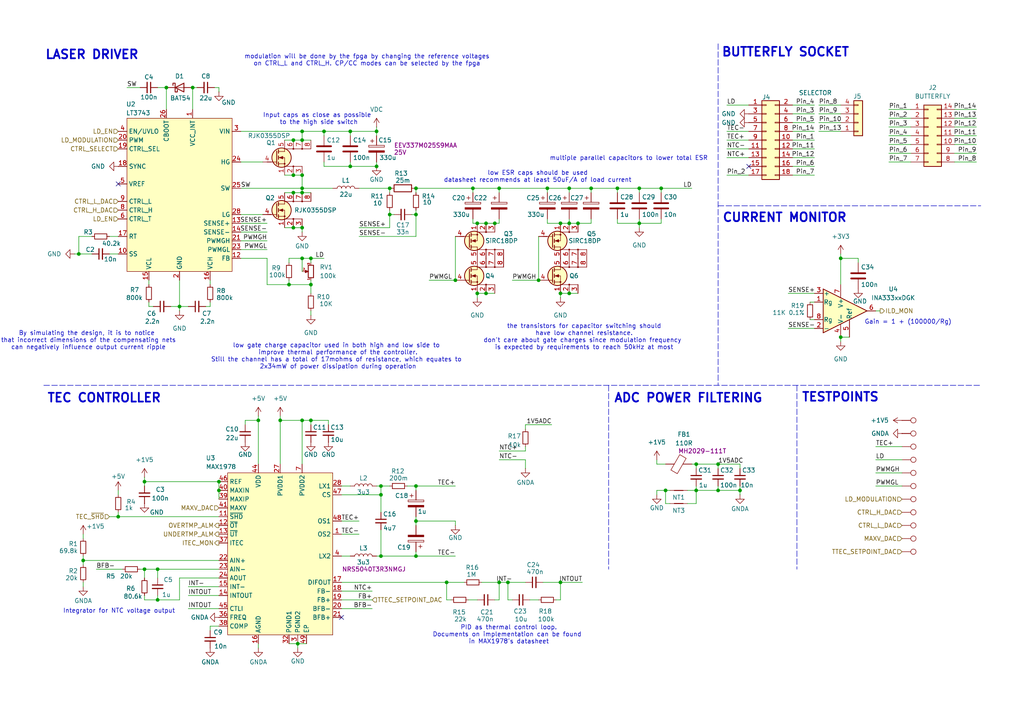
<source format=kicad_sch>
(kicad_sch (version 20231120) (generator "eeschema") (generator_version "8.0")
  (paper "A4")
  (title_block (title "Laser Diode Driver") (date "2024-03-27") (comment 1 "Mirco Tollardo"))
  (junction (at 185.42 64.77))
  (junction (at 41.91 165.1))
  (junction (at 156.21 81.28))
  (junction (at 147.32 168.91))
  (junction (at 63.5 139.7))
  (junction (at 85.09 40.64))
  (junction (at 24.13 162.56))
  (junction (at 191.77 54.61))
  (junction (at 101.6 38.1))
  (junction (at 243.84 74.93))
  (junction (at 120.65 140.97))
  (junction (at 83.82 82.55))
  (junction (at 63.5 142.24))
  (junction (at 120.65 62.23))
  (junction (at 144.78 168.91))
  (junction (at 87.63 38.1))
  (junction (at 110.49 143.51))
  (junction (at 45.72 165.1))
  (junction (at 138.43 64.77))
  (junction (at 185.42 54.61))
  (junction (at 137.16 54.61))
  (junction (at 113.03 54.61))
  (junction (at 201.93 142.24))
  (junction (at 110.49 161.29))
  (junction (at 208.28 142.24))
  (junction (at 48.26 25.4))
  (junction (at 113.03 62.23))
  (junction (at 87.63 66.04))
  (junction (at 165.1 64.77))
  (junction (at 208.28 134.62))
  (junction (at 144.78 54.61))
  (junction (at 179.07 54.61))
  (junction (at 214.63 142.24))
  (junction (at 90.17 82.55))
  (junction (at 171.45 54.61))
  (junction (at 87.63 121.92))
  (junction (at 87.63 40.64))
  (junction (at 41.91 139.7))
  (junction (at 138.43 85.09))
  (junction (at 90.17 121.92))
  (junction (at 87.63 54.61))
  (junction (at 87.63 55.88))
  (junction (at 90.17 74.93))
  (junction (at 193.04 142.24))
  (junction (at 52.07 88.9))
  (junction (at 243.84 97.79))
  (junction (at 165.1 85.09))
  (junction (at 81.28 121.92))
  (junction (at 74.93 121.92))
  (junction (at 55.88 25.4))
  (junction (at 158.75 54.61))
  (junction (at 87.63 50.8))
  (junction (at 85.09 55.88))
  (junction (at 85.09 66.04))
  (junction (at 120.65 151.13))
  (junction (at 109.22 38.1))
  (junction (at 87.63 74.93))
  (junction (at 85.09 50.8))
  (junction (at 110.49 140.97))
  (junction (at 34.29 149.86))
  (junction (at 165.1 54.61))
  (junction (at 132.08 81.28))
  (junction (at 162.56 85.09))
  (junction (at 120.65 54.61))
  (junction (at 45.72 173.99))
  (junction (at 201.93 134.62))
  (junction (at 109.22 48.26))
  (junction (at 140.97 64.77))
  (junction (at 120.65 161.29))
  (junction (at 143.51 64.77))
  (junction (at 162.56 168.91))
  (junction (at 86.36 186.69))
  (junction (at 167.64 64.77))
  (junction (at 129.54 168.91))
  (junction (at 162.56 64.77))
  (junction (at 101.6 48.26))
  (junction (at 140.97 85.09))
  (junction (at 93.98 38.1))
  (junction (at 22.86 73.66))
  (no_connect (at 217.17 48.26))
  (no_connect (at 99.06 179.07))
  (no_connect (at 34.29 53.34))
  (wire (pts (xy 87.63 54.61) (xy 96.52 54.61)))
  (wire (pts (xy 210.82 30.48) (xy 217.17 30.48)))
  (wire (pts (xy 167.64 64.77) (xy 171.45 64.77)))
  (wire (pts (xy 120.65 60.96) (xy 120.65 62.23)))
  (wire (pts (xy 283.21 31.75) (xy 276.86 31.75)))
  (wire (pts (xy 110.49 148.59) (xy 110.49 143.51)))
  (wire (pts (xy 210.82 45.72) (xy 217.17 45.72)))
  (wire (pts (xy 36.83 25.4) (xy 40.64 25.4)))
  (wire (pts (xy 162.56 64.77) (xy 165.1 64.77)))
  (wire (pts (xy 165.1 85.09) (xy 167.64 85.09)))
  (wire (pts (xy 210.82 43.18) (xy 217.17 43.18)))
  (wire (pts (xy 109.22 140.97) (xy 110.49 140.97)))
  (wire (pts (xy 257.81 46.99) (xy 264.16 46.99)))
  (wire (pts (xy 132.08 151.13) (xy 132.08 152.4)))
  (wire (pts (xy 24.13 168.91) (xy 24.13 170.18)))
  (wire (pts (xy 77.47 74.93) (xy 69.85 74.93)))
  (wire (pts (xy 236.22 38.1) (xy 229.87 38.1)))
  (wire (pts (xy 120.65 62.23) (xy 120.65 68.58)))
  (wire (pts (xy 236.22 33.02) (xy 229.87 33.02)))
  (wire (pts (xy 185.42 64.77) (xy 179.07 64.77)))
  (wire (pts (xy 43.18 88.9) (xy 43.18 87.63)))
  (wire (pts (xy 87.63 66.04) (xy 87.63 67.31)))
  (wire (pts (xy 83.82 186.69) (xy 86.36 186.69)))
  (wire (pts (xy 54.61 170.18) (xy 63.5 170.18)))
  (wire (pts (xy 63.5 142.24) (xy 63.5 144.78)))
  (wire (pts (xy 41.91 139.7) (xy 63.5 139.7)))
  (wire (pts (xy 93.98 74.93) (xy 90.17 74.93)))
  (wire (pts (xy 86.36 187.96) (xy 86.36 186.69)))
  (wire (pts (xy 63.5 139.7) (xy 63.5 142.24)))
  (wire (pts (xy 41.91 173.99) (xy 41.91 172.72)))
  (wire (pts (xy 283.21 46.99) (xy 276.86 46.99)))
  (wire (pts (xy 69.85 46.99) (xy 76.2 46.99)))
  (wire (pts (xy 41.91 165.1) (xy 45.72 165.1)))
  (wire (pts (xy 77.47 82.55) (xy 77.47 74.93)))
  (wire (pts (xy 137.16 54.61) (xy 137.16 55.88)))
  (wire (pts (xy 24.13 162.56) (xy 63.5 162.56)))
  (wire (pts (xy 45.72 25.4) (xy 48.26 25.4)))
  (wire (pts (xy 132.08 151.13) (xy 120.65 151.13)))
  (wire (pts (xy 171.45 63.5) (xy 171.45 64.77)))
  (wire (pts (xy 74.93 187.96) (xy 74.93 186.69)))
  (wire (pts (xy 87.63 54.61) (xy 87.63 55.88)))
  (wire (pts (xy 165.1 63.5) (xy 165.1 64.77)))
  (wire (pts (xy 52.07 81.28) (xy 52.07 88.9)))
  (wire (pts (xy 77.47 64.77) (xy 69.85 64.77)))
  (wire (pts (xy 82.55 50.8) (xy 85.09 50.8)))
  (wire (pts (xy 168.91 168.91) (xy 162.56 168.91)))
  (wire (pts (xy 99.06 140.97) (xy 101.6 140.97)))
  (wire (pts (xy 77.47 67.31) (xy 69.85 67.31)))
  (wire (pts (xy 120.65 140.97) (xy 120.65 142.24)))
  (wire (pts (xy 90.17 82.55) (xy 90.17 85.09)))
  (wire (pts (xy 283.21 34.29) (xy 276.86 34.29)))
  (wire (pts (xy 77.47 69.85) (xy 69.85 69.85)))
  (wire (pts (xy 214.63 134.62) (xy 214.63 135.89)))
  (wire (pts (xy 93.98 38.1) (xy 93.98 39.37)))
  (wire (pts (xy 236.22 43.18) (xy 229.87 43.18)))
  (wire (pts (xy 156.21 173.99) (xy 153.67 173.99)))
  (wire (pts (xy 158.75 63.5) (xy 158.75 64.77)))
  (wire (pts (xy 190.5 142.24) (xy 190.5 143.51)))
  (wire (pts (xy 208.28 134.62) (xy 201.93 134.62)))
  (wire (pts (xy 283.21 44.45) (xy 276.86 44.45)))
  (wire (pts (xy 254 133.35) (xy 261.62 133.35)))
  (polyline (pts (xy 176.53 111.76) (xy 176.53 165.1)) (stroke (width 0) (type dash)))
  (wire (pts (xy 236.22 30.48) (xy 229.87 30.48)))
  (wire (pts (xy 109.22 48.26) (xy 101.6 48.26)))
  (wire (pts (xy 143.51 173.99) (xy 144.78 173.99)))
  (wire (pts (xy 31.75 149.86) (xy 34.29 149.86)))
  (wire (pts (xy 60.96 82.55) (xy 60.96 81.28)))
  (wire (pts (xy 109.22 48.26) (xy 109.22 46.99)))
  (wire (pts (xy 45.72 173.99) (xy 41.91 173.99)))
  (wire (pts (xy 44.45 88.9) (xy 43.18 88.9)))
  (wire (pts (xy 113.03 60.96) (xy 113.03 62.23)))
  (wire (pts (xy 139.7 168.91) (xy 144.78 168.91)))
  (wire (pts (xy 165.1 64.77) (xy 167.64 64.77)))
  (wire (pts (xy 87.63 50.8) (xy 87.63 54.61)))
  (wire (pts (xy 48.26 25.4) (xy 48.26 31.75)))
  (wire (pts (xy 237.49 30.48) (xy 243.84 30.48)))
  (wire (pts (xy 283.21 36.83) (xy 276.86 36.83)))
  (wire (pts (xy 55.88 31.75) (xy 55.88 25.4)))
  (wire (pts (xy 45.72 172.72) (xy 45.72 173.99)))
  (wire (pts (xy 214.63 143.51) (xy 214.63 142.24)))
  (wire (pts (xy 185.42 66.04) (xy 185.42 64.77)))
  (wire (pts (xy 144.78 168.91) (xy 147.32 168.91)))
  (wire (pts (xy 22.86 68.58) (xy 22.86 73.66)))
  (wire (pts (xy 69.85 62.23) (xy 76.2 62.23)))
  (wire (pts (xy 83.82 74.93) (xy 87.63 74.93)))
  (wire (pts (xy 113.03 62.23) (xy 113.03 66.04)))
  (wire (pts (xy 34.29 142.24) (xy 34.29 143.51)))
  (wire (pts (xy 82.55 40.64) (xy 85.09 40.64)))
  (wire (pts (xy 104.14 154.94) (xy 99.06 154.94)))
  (wire (pts (xy 71.12 121.92) (xy 74.93 121.92)))
  (wire (pts (xy 201.93 140.97) (xy 201.93 142.24)))
  (wire (pts (xy 185.42 54.61) (xy 191.77 54.61)))
  (wire (pts (xy 257.81 34.29) (xy 264.16 34.29)))
  (wire (pts (xy 237.49 35.56) (xy 243.84 35.56)))
  (wire (pts (xy 171.45 54.61) (xy 179.07 54.61)))
  (wire (pts (xy 60.96 181.61) (xy 60.96 182.88)))
  (wire (pts (xy 77.47 82.55) (xy 83.82 82.55)))
  (wire (pts (xy 85.09 50.8) (xy 87.63 50.8)))
  (wire (pts (xy 243.84 97.79) (xy 246.38 97.79)))
  (wire (pts (xy 135.89 173.99) (xy 138.43 173.99)))
  (wire (pts (xy 83.82 81.28) (xy 83.82 82.55)))
  (wire (pts (xy 201.93 142.24) (xy 199.39 142.24)))
  (wire (pts (xy 148.59 81.28) (xy 156.21 81.28)))
  (wire (pts (xy 162.56 173.99) (xy 162.56 168.91)))
  (wire (pts (xy 191.77 54.61) (xy 200.66 54.61)))
  (wire (pts (xy 26.67 68.58) (xy 22.86 68.58)))
  (wire (pts (xy 55.88 25.4) (xy 57.15 25.4)))
  (wire (pts (xy 134.62 168.91) (xy 129.54 168.91)))
  (wire (pts (xy 179.07 54.61) (xy 185.42 54.61)))
  (wire (pts (xy 90.17 91.44) (xy 90.17 90.17)))
  (wire (pts (xy 86.36 186.69) (xy 88.9 186.69)))
  (wire (pts (xy 144.78 168.91) (xy 144.78 173.99)))
  (wire (pts (xy 158.75 64.77) (xy 162.56 64.77)))
  (wire (pts (xy 110.49 140.97) (xy 110.49 143.51)))
  (wire (pts (xy 52.07 88.9) (xy 52.07 90.17)))
  (wire (pts (xy 199.39 146.05) (xy 201.93 146.05)))
  (wire (pts (xy 158.75 54.61) (xy 165.1 54.61)))
  (wire (pts (xy 254 140.97) (xy 261.62 140.97)))
  (wire (pts (xy 237.49 38.1) (xy 243.84 38.1)))
  (wire (pts (xy 248.92 74.93) (xy 243.84 74.93)))
  (wire (pts (xy 87.63 38.1) (xy 93.98 38.1)))
  (wire (pts (xy 120.65 54.61) (xy 120.65 55.88)))
  (wire (pts (xy 34.29 148.59) (xy 34.29 149.86)))
  (wire (pts (xy 257.81 41.91) (xy 264.16 41.91)))
  (wire (pts (xy 201.93 146.05) (xy 201.93 142.24)))
  (wire (pts (xy 194.31 146.05) (xy 193.04 146.05)))
  (wire (pts (xy 95.25 121.92) (xy 95.25 123.19)))
  (wire (pts (xy 144.78 54.61) (xy 158.75 54.61)))
  (polyline (pts (xy 208.28 12.7) (xy 208.28 111.76)) (stroke (width 0) (type dash)))
  (wire (pts (xy 81.28 121.92) (xy 87.63 121.92)))
  (wire (pts (xy 107.95 176.53) (xy 99.06 176.53)))
  (wire (pts (xy 179.07 54.61) (xy 179.07 55.88)))
  (wire (pts (xy 24.13 161.29) (xy 24.13 162.56)))
  (wire (pts (xy 69.85 54.61) (xy 87.63 54.61)))
  (wire (pts (xy 120.65 62.23) (xy 119.38 62.23)))
  (wire (pts (xy 257.81 36.83) (xy 264.16 36.83)))
  (wire (pts (xy 236.22 48.26) (xy 229.87 48.26)))
  (wire (pts (xy 191.77 54.61) (xy 191.77 55.88)))
  (wire (pts (xy 214.63 142.24) (xy 208.28 142.24)))
  (wire (pts (xy 234.95 92.71) (xy 236.22 92.71)))
  (wire (pts (xy 147.32 168.91) (xy 147.32 173.99)))
  (wire (pts (xy 254 90.17) (xy 255.27 90.17)))
  (wire (pts (xy 35.56 165.1) (xy 27.94 165.1)))
  (wire (pts (xy 193.04 146.05) (xy 193.04 142.24)))
  (wire (pts (xy 90.17 121.92) (xy 90.17 123.19)))
  (wire (pts (xy 162.56 173.99) (xy 161.29 173.99)))
  (wire (pts (xy 179.07 64.77) (xy 179.07 63.5)))
  (wire (pts (xy 160.02 123.19) (xy 152.4 123.19)))
  (wire (pts (xy 24.13 154.94) (xy 24.13 156.21)))
  (wire (pts (xy 85.09 55.88) (xy 87.63 55.88)))
  (wire (pts (xy 45.72 165.1) (xy 63.5 165.1)))
  (wire (pts (xy 101.6 38.1) (xy 109.22 38.1)))
  (wire (pts (xy 34.29 149.86) (xy 63.5 149.86)))
  (wire (pts (xy 90.17 81.28) (xy 90.17 82.55)))
  (wire (pts (xy 90.17 74.93) (xy 90.17 76.2)))
  (wire (pts (xy 165.1 54.61) (xy 165.1 55.88)))
  (wire (pts (xy 45.72 167.64) (xy 45.72 165.1)))
  (wire (pts (xy 93.98 48.26) (xy 93.98 46.99)))
  (wire (pts (xy 41.91 140.97) (xy 41.91 139.7)))
  (wire (pts (xy 152.4 135.89) (xy 152.4 133.35)))
  (wire (pts (xy 148.59 173.99) (xy 147.32 173.99)))
  (wire (pts (xy 201.93 134.62) (xy 201.93 135.89)))
  (wire (pts (xy 83.82 76.2) (xy 83.82 74.93)))
  (wire (pts (xy 120.65 140.97) (xy 132.08 140.97)))
  (wire (pts (xy 21.59 73.66) (xy 22.86 73.66)))
  (wire (pts (xy 254 129.54) (xy 261.62 129.54)))
  (wire (pts (xy 214.63 140.97) (xy 214.63 142.24)))
  (wire (pts (xy 60.96 88.9) (xy 60.96 87.63)))
  (wire (pts (xy 200.66 134.62) (xy 201.93 134.62)))
  (wire (pts (xy 87.63 134.62) (xy 87.63 121.92)))
  (wire (pts (xy 210.82 50.8) (xy 217.17 50.8)))
  (wire (pts (xy 236.22 40.64) (xy 229.87 40.64)))
  (wire (pts (xy 214.63 134.62) (xy 208.28 134.62)))
  (wire (pts (xy 82.55 55.88) (xy 85.09 55.88)))
  (wire (pts (xy 101.6 38.1) (xy 101.6 39.37)))
  (wire (pts (xy 99.06 143.51) (xy 110.49 143.51)))
  (wire (pts (xy 140.97 64.77) (xy 143.51 64.77)))
  (wire (pts (xy 144.78 133.35) (xy 152.4 133.35)))
  (wire (pts (xy 171.45 54.61) (xy 171.45 55.88)))
  (polyline (pts (xy 231.14 111.76) (xy 231.14 165.1)) (stroke (width 0) (type dash)))
  (wire (pts (xy 120.65 68.58) (xy 104.14 68.58)))
  (wire (pts (xy 82.55 66.04) (xy 85.09 66.04)))
  (wire (pts (xy 113.03 54.61) (xy 113.03 55.88)))
  (wire (pts (xy 129.54 173.99) (xy 129.54 168.91)))
  (wire (pts (xy 87.63 38.1) (xy 87.63 40.64)))
  (wire (pts (xy 140.97 85.09) (xy 143.51 85.09)))
  (wire (pts (xy 69.85 38.1) (xy 87.63 38.1)))
  (wire (pts (xy 152.4 123.19) (xy 152.4 124.46)))
  (wire (pts (xy 165.1 54.61) (xy 171.45 54.61)))
  (wire (pts (xy 99.06 171.45) (xy 107.95 171.45)))
  (wire (pts (xy 109.22 39.37) (xy 109.22 38.1)))
  (wire (pts (xy 140.97 64.77) (xy 138.43 64.77)))
  (wire (pts (xy 43.18 81.28) (xy 43.18 82.55)))
  (wire (pts (xy 110.49 161.29) (xy 120.65 161.29)))
  (wire (pts (xy 99.06 161.29) (xy 101.6 161.29)))
  (wire (pts (xy 138.43 85.09) (xy 140.97 85.09)))
  (wire (pts (xy 81.28 120.65) (xy 81.28 121.92)))
  (wire (pts (xy 137.16 54.61) (xy 144.78 54.61)))
  (wire (pts (xy 41.91 165.1) (xy 41.91 167.64)))
  (wire (pts (xy 110.49 153.67) (xy 110.49 161.29)))
  (wire (pts (xy 236.22 95.25) (xy 228.6 95.25)))
  (wire (pts (xy 74.93 121.92) (xy 74.93 134.62)))
  (wire (pts (xy 129.54 168.91) (xy 99.06 168.91)))
  (wire (pts (xy 191.77 64.77) (xy 185.42 64.77)))
  (wire (pts (xy 63.5 167.64) (xy 52.07 167.64)))
  (wire (pts (xy 210.82 40.64) (xy 217.17 40.64)))
  (wire (pts (xy 60.96 181.61) (xy 63.5 181.61)))
  (wire (pts (xy 236.22 50.8) (xy 229.87 50.8)))
  (wire (pts (xy 109.22 36.83) (xy 109.22 38.1)))
  (wire (pts (xy 243.84 73.66) (xy 243.84 74.93)))
  (wire (pts (xy 254 137.16) (xy 261.62 137.16)))
  (wire (pts (xy 31.75 73.66) (xy 34.29 73.66)))
  (wire (pts (xy 71.12 121.92) (xy 71.12 123.19)))
  (wire (pts (xy 118.11 140.97) (xy 120.65 140.97)))
  (wire (pts (xy 158.75 54.61) (xy 158.75 55.88)))
  (wire (pts (xy 120.65 151.13) (xy 120.65 152.4)))
  (wire (pts (xy 87.63 55.88) (xy 90.17 55.88)))
  (wire (pts (xy 54.61 176.53) (xy 63.5 176.53)))
  (wire (pts (xy 49.53 88.9) (xy 52.07 88.9)))
  (wire (pts (xy 87.63 121.92) (xy 90.17 121.92)))
  (wire (pts (xy 99.06 173.99) (xy 107.95 173.99)))
  (wire (pts (xy 63.5 25.4) (xy 62.23 25.4)))
  (wire (pts (xy 257.81 39.37) (xy 264.16 39.37)))
  (wire (pts (xy 257.81 31.75) (xy 264.16 31.75)))
  (wire (pts (xy 132.08 68.58) (xy 132.08 81.28)))
  (wire (pts (xy 144.78 54.61) (xy 144.78 55.88)))
  (wire (pts (xy 137.16 64.77) (xy 138.43 64.77)))
  (wire (pts (xy 208.28 134.62) (xy 208.28 135.89)))
  (polyline (pts (xy 208.28 59.69) (xy 284.48 59.69)) (stroke (width 0) (type dash)))
  (wire (pts (xy 85.09 66.04) (xy 87.63 66.04)))
  (wire (pts (xy 31.75 68.58) (xy 34.29 68.58)))
  (wire (pts (xy 85.09 40.64) (xy 87.63 40.64)))
  (wire (pts (xy 24.13 162.56) (xy 24.13 163.83)))
  (wire (pts (xy 191.77 63.5) (xy 191.77 64.77)))
  (wire (pts (xy 190.5 133.35) (xy 190.5 134.62)))
  (wire (pts (xy 162.56 168.91) (xy 157.48 168.91)))
  (wire (pts (xy 113.03 62.23) (xy 114.3 62.23)))
  (wire (pts (xy 110.49 140.97) (xy 113.03 140.97)))
  (wire (pts (xy 77.47 72.39) (xy 69.85 72.39)))
  (wire (pts (xy 120.65 161.29) (xy 120.65 160.02)))
  (wire (pts (xy 59.69 88.9) (xy 60.96 88.9)))
  (wire (pts (xy 63.5 25.4) (xy 63.5 26.67)))
  (wire (pts (xy 124.46 81.28) (xy 132.08 81.28)))
  (wire (pts (xy 120.65 161.29) (xy 132.08 161.29)))
  (wire (pts (xy 109.22 161.29) (xy 110.49 161.29)))
  (wire (pts (xy 87.63 78.74) (xy 87.63 74.93)))
  (wire (pts (xy 283.21 41.91) (xy 276.86 41.91)))
  (wire (pts (xy 52.07 173.99) (xy 45.72 173.99)))
  (wire (pts (xy 208.28 140.97) (xy 208.28 142.24)))
  (wire (pts (xy 101.6 48.26) (xy 93.98 48.26)))
  (wire (pts (xy 156.21 68.58) (xy 156.21 81.28)))
  (wire (pts (xy 152.4 129.54) (xy 152.4 130.81)))
  (wire (pts (xy 74.93 120.65) (xy 74.93 121.92)))
  (wire (pts (xy 208.28 142.24) (xy 201.93 142.24)))
  (wire (pts (xy 144.78 130.81) (xy 152.4 130.81)))
  (wire (pts (xy 130.81 173.99) (xy 129.54 173.99)))
  (wire (pts (xy 144.78 63.5) (xy 144.78 64.77)))
  (wire (pts (xy 147.32 168.91) (xy 152.4 168.91)))
  (wire (pts (xy 236.22 85.09) (xy 228.6 85.09)))
  (wire (pts (xy 243.84 74.93) (xy 243.84 82.55)))
  (wire (pts (xy 138.43 85.09) (xy 138.43 86.36)))
  (wire (pts (xy 257.81 44.45) (xy 264.16 44.45)))
  (wire (pts (xy 120.65 54.61) (xy 137.16 54.61)))
  (polyline (pts (xy 12.7 111.76) (xy 284.48 111.76)) (stroke (width 0) (type dash)))
  (wire (pts (xy 52.07 167.64) (xy 52.07 173.99)))
  (wire (pts (xy 83.82 82.55) (xy 90.17 82.55)))
  (wire (pts (xy 190.5 134.62) (xy 193.04 134.62)))
  (wire (pts (xy 101.6 46.99) (xy 101.6 48.26)))
  (wire (pts (xy 185.42 63.5) (xy 185.42 64.77)))
  (wire (pts (xy 40.64 165.1) (xy 41.91 165.1)))
  (wire (pts (xy 283.21 39.37) (xy 276.86 39.37)))
  (wire (pts (xy 193.04 142.24) (xy 194.31 142.24)))
  (wire (pts (xy 90.17 121.92) (xy 95.25 121.92)))
  (wire (pts (xy 87.63 40.64) (xy 90.17 40.64)))
  (wire (pts (xy 185.42 54.61) (xy 185.42 55.88)))
  (wire (pts (xy 248.92 76.2) (xy 248.92 74.93)))
  (wire (pts (xy 243.84 97.79) (xy 243.84 99.06)))
  (wire (pts (xy 104.14 66.04) (xy 113.03 66.04)))
  (wire (pts (xy 210.82 38.1) (xy 217.17 38.1)))
  (wire (pts (xy 104.14 54.61) (xy 113.03 54.61)))
  (wire (pts (xy 137.16 63.5) (xy 137.16 64.77)))
  (wire (pts (xy 81.28 134.62) (xy 81.28 121.92)))
  (wire (pts (xy 143.51 64.77) (xy 144.78 64.77)))
  (wire (pts (xy 162.56 85.09) (xy 162.56 86.36)))
  (wire (pts (xy 104.14 151.13) (xy 99.06 151.13)))
  (wire (pts (xy 236.22 35.56) (xy 229.87 35.56)))
  (wire (pts (xy 93.98 38.1) (xy 101.6 38.1)))
  (wire (pts (xy 190.5 142.24) (xy 193.04 142.24)))
  (wire (pts (xy 236.22 45.72) (xy 229.87 45.72)))
  (wire (pts (xy 41.91 138.43) (xy 41.91 139.7)))
  (wire (pts (xy 52.07 88.9) (xy 54.61 88.9)))
  (wire (pts (xy 120.65 149.86) (xy 120.65 151.13)))
  (wire (pts (xy 54.61 172.72) (xy 63.5 172.72)))
  (wire (pts (xy 237.49 33.02) (xy 243.84 33.02)))
  (wire (pts (xy 22.86 73.66) (xy 26.67 73.66)))
  (wire (pts (xy 162.56 85.09) (xy 165.1 85.09)))
  (wire (pts (xy 234.95 87.63) (xy 236.22 87.63)))
  (wire (pts (xy 87.63 74.93) (xy 90.17 74.93)))
  (text "low gate charge capacitor used in both high and low side to \nimprove thermal performance of the controller.\nStill the channel has a total of 17mohms of resistance, which equates to \n2x34mW of power dissipation during operation" (at 98.044 103.378 0) (effects (font (size 1.27 1.27))))
  (text "low ESR caps should be used\ndatasheet recommends at least 50uF/A of load current" (at 155.956 51.308 0) (effects (font (size 1.27 1.27))))
  (text "Integrator for NTC voltage output" (at 34.544 177.292 0) (effects (font (size 1.27 1.27))))
  (text "TESTPOINTS" (at 232.41 115.316 0) (effects (font (size 2.54 2.54) (thickness 0.508) (bold yes)) (justify left)))
  (text "multiple parallel capacitors to lower total ESR" (at 182.372 45.974 0) (effects (font (size 1.27 1.27))))
  (text "modulation will be done by the fpga by changing the reference voltages\non CTRL_L and CTRL_H. CP/CC modes can be selected by the fpga" (at 106.426 17.526 0) (effects (font (size 1.27 1.27))))
  (text "Input caps as close as possible \nto the high side switch" (at 92.456 34.544 0) (effects (font (size 1.27 1.27))))
  (text "PID as thermal control loop.\nDocuments on implementation can be found \nin MAX1978's datasheet" (at 147.574 184.15 0) (effects (font (size 1.27 1.27))))
  (text "LASER DRIVER" (at 26.67 16.002 0) (effects (font (size 2.54 2.54) (thickness 0.508) (bold yes))))
  (text "By simulating the design, it is to notice \nthat incorrect dimensions of the compensating nets\ncan negatively influence output current ripple" (at 25.654 98.806 0) (effects (font (size 1.27 1.27))))
  (text "the transistors for capacitor switching should\nhave low channel resistance.\ndon't care about gate charges since modulation frequency \nis expected by requirements to reach 50kHz at most" (at 169.418 97.79 0) (effects (font (size 1.27 1.27))))
  (text "Gain = 1 + (100000/Rg)" (at 263.398 93.472 0) (effects (font (size 1.27 1.27))))
  (text "ADC POWER FILTERING" (at 199.644 115.57 0) (effects (font (size 2.54 2.54) (thickness 0.508) (bold yes))))
  (text "\n" (at 204.724 171.704 0) (effects (font (size 1.27 1.27)) (justify left)))
  (text "BUTTERFLY SOCKET" (at 227.838 15.24 0) (effects (font (size 2.54 2.54) (thickness 0.508) (bold yes))))
  (text "TEC CONTROLLER" (at 30.226 115.57 0) (effects (font (size 2.54 2.54) (thickness 0.508) (bold yes))))
  (text "CURRENT MONITOR" (at 227.584 63.246 0) (effects (font (size 2.54 2.54) (thickness 0.508) (bold yes))))
  (label "1V5ADC" (at 208.28 134.62 0))
  (label "LD" (at 210.82 30.48 0))
  (label "BFB-" (at 27.94 165.1 0))
  (label "SENSE-" (at 77.47 67.31 180))
  (label "Pin_8" (at 237.49 30.48 0))
  (label "Pin_4" (at 257.81 39.37 0))
  (label "Pin_14" (at 236.22 38.1 180))
  (label "NTC-" (at 144.78 133.35 0))
  (label "NTC+" (at 107.95 171.45 180))
  (label "Pin_9" (at 237.49 33.02 0))
  (label "Pin_8" (at 283.21 46.99 180))
  (label "SENSE+" (at 104.14 66.04 0))
  (label "Pin_11" (at 236.22 43.18 180))
  (label "Pin_4" (at 236.22 30.48 180))
  (label "Pin_2" (at 257.81 34.29 0))
  (label "NTC-" (at 210.82 43.18 0))
  (label "INTOUT" (at 54.61 172.72 0))
  (label "Pin_6" (at 257.81 44.45 0))
  (label "Pin_5" (at 236.22 35.56 180))
  (label "INTOUT" (at 54.61 176.53 0))
  (label "Pin_1" (at 257.81 31.75 0))
  (label "LD" (at 200.66 54.61 180))
  (label "INT-" (at 54.61 170.18 0))
  (label "PWMGL" (at 77.47 72.39 180))
  (label "PWMGH" (at 254 137.16 0))
  (label "Pin_3" (at 257.81 36.83 0))
  (label "LD" (at 254 133.35 0))
  (label "Pin_12" (at 236.22 45.72 180))
  (label "TEC-" (at 210.82 38.1 0))
  (label "INT-" (at 148.59 168.91 180))
  (label "PWMGL" (at 124.46 81.28 0))
  (label "Pin_11" (at 283.21 39.37 180))
  (label "Pin_2" (at 210.82 50.8 0))
  (label "Pin_12" (at 283.21 36.83 180))
  (label "NTC+" (at 210.82 45.72 0))
  (label "Pin_6" (at 236.22 48.26 180))
  (label "TEC-" (at 132.08 161.29 180))
  (label "Pin_3" (at 236.22 33.02 180))
  (label "SENSE+" (at 228.6 85.09 0))
  (label "Pin_13" (at 283.21 34.29 180))
  (label "TEC+" (at 132.08 140.97 180))
  (label "SW" (at 36.83 25.4 0))
  (label "Pin_10" (at 283.21 41.91 180))
  (label "FB+" (at 107.95 173.99 180))
  (label "SW" (at 69.85 54.61 0))
  (label "1V5ADC" (at 160.02 123.19 180))
  (label "SENSE+" (at 77.47 64.77 180))
  (label "PWMGH" (at 148.59 81.28 0))
  (label "TEC+" (at 254 129.54 0))
  (label "TEC-" (at 104.14 154.94 180))
  (label "TEC+" (at 104.14 151.13 180))
  (label "PWMGH" (at 77.47 69.85 180))
  (label "LD" (at 93.98 74.93 180))
  (label "SENSE-" (at 104.14 68.58 0))
  (label "SENSE-" (at 228.6 95.25 0))
  (label "BFB-" (at 107.95 176.53 180))
  (label "PWMGL" (at 254 140.97 0))
  (label "Pin_14" (at 283.21 31.75 180))
  (label "Pin_5" (at 257.81 41.91 0))
  (label "NTC+" (at 144.78 130.81 0))
  (label "Pin_7" (at 257.81 46.99 0))
  (label "INTOUT" (at 168.91 168.91 180))
  (label "Pin_13" (at 237.49 38.1 0))
  (label "Pin_7" (at 236.22 50.8 180))
  (label "Pin_10" (at 237.49 35.56 0))
  (label "TEC+" (at 210.82 40.64 0))
  (label "Pin_9" (at 283.21 44.45 180))
  (label "Pin_1" (at 236.22 40.64 180))
  (hierarchical_label "TEC_~{SHD}" (shape input) (at 31.75 149.86 180))
  (hierarchical_label "CTRL_L_DAC" (shape input) (at 261.62 152.4 180))
  (hierarchical_label "MAXV_DAC" (shape input) (at 261.62 156.21 180))
  (hierarchical_label "CTRL_L_DAC" (shape input) (at 34.29 58.42 180))
  (hierarchical_label "OVERTMP_ALM" (shape output) (at 63.5 152.4 180))
  (hierarchical_label "ILD_MON" (shape output) (at 255.27 90.17 0))
  (hierarchical_label "LD_EN" (shape input) (at 34.29 63.5 180))
  (hierarchical_label "CTRL_SELECT" (shape input) (at 34.29 43.18 180))
  (hierarchical_label "LD_MODULATION" (shape input) (at 261.62 144.78 180))
  (hierarchical_label "CTRL_H_DAC" (shape input) (at 34.29 60.96 180))
  (hierarchical_label "CTRL_H_DAC" (shape input) (at 261.62 148.59 180))
  (hierarchical_label "LD_EN" (shape input) (at 34.29 38.1 180))
  (hierarchical_label "TTEC_SETPOINT_DAC" (shape input) (at 107.95 173.99 0))
  (hierarchical_label "ITEC_MON" (shape output) (at 63.5 157.48 180))
  (hierarchical_label "MAXV_DAC" (shape input) (at 63.5 147.32 180))
  (hierarchical_label "LD_MODULATION" (shape input) (at 34.29 40.64 180))
  (hierarchical_label "UNDERTMP_ALM" (shape output) (at 63.5 154.94 180))
  (hierarchical_label "TTEC_SETPOINT_DAC" (shape input) (at 261.62 160.02 180))
  (symbol (lib_id "Device:R_Small") (at 29.21 68.58 90) (mirror x) (unit 1)
    (property "Reference" "R3" (at 26.924 67.31 90) (effects (justify left)))
    (property "Value" "40.2k" (at 35.052 70.612 90) (effects (justify left)))
    (property "Footprint" "Resistor_SMD:R_0603_1608Metric" (effects (hide yes)))
    (property "Description" "Resistor, small symbol" (effects (hide yes)))
  )
  (symbol (lib_id "power:GND") (at 243.84 99.06 0) (unit 1)
    (property "Reference" "#PWR039" (effects (hide yes)))
    (property "Value" "GND" (at 243.84 104.14 0))
    (property "Description" "Power symbol creates a global label with name \"GND\" , ground" (effects (hide yes)))
  )
  (symbol (lib_id "Device:C_Small") (at 214.63 138.43 0) (unit 1)
    (property "Reference" "C33" (at 217.17 136.398 0))
    (property "Value" "10n" (at 216.662 140.716 0))
    (property "Footprint" "Capacitor_SMD:C_0603_1608Metric" (effects (hide yes)))
    (property "Description" "Unpolarized capacitor, small symbol" (effects (hide yes)))
    (property "Voltage Rating" "6V3" (effects (hide yes)))
  )
  (symbol (lib_id "power:GND") (at 41.91 146.05 0) (unit 1)
    (property "Reference" "#PWR014" (effects (hide yes)))
    (property "Value" "GND" (at 45.466 148.59 0))
    (property "Description" "Power symbol creates a global label with name \"GND\" , ground" (effects (hide yes)))
  )
  (symbol (lib_id "Connector:TestPoint") (at 261.62 140.97 270) (unit 1)
    (property "Reference" "TP6" (effects (hide yes)))
    (property "Value" "TestPoint" (effects (hide yes)))
    (property "Footprint" "TestPoint:TestPoint_Pad_D1.5mm" (effects (hide yes)))
    (property "Description" "test point" (effects (hide yes)))
  )
  (symbol (lib_id "Device:R_Small") (at 24.13 166.37 0) (mirror y) (unit 1)
    (property "Reference" "R2" (at 22.606 165.608 0) (effects (justify left)))
    (property "Value" "20k" (at 22.606 167.64 0) (effects (justify left)))
    (property "Footprint" "Resistor_SMD:R_0603_1608Metric" (effects (hide yes)))
    (property "Description" "Resistor, small symbol" (effects (hide yes)))
  )
  (symbol (lib_id "Connector:TestPoint") (at 261.62 129.54 270) (unit 1)
    (property "Reference" "TP3" (effects (hide yes)))
    (property "Value" "TestPoint" (effects (hide yes)))
    (property "Footprint" "TestPoint:TestPoint_Pad_D1.5mm" (effects (hide yes)))
    (property "Description" "test point" (effects (hide yes)))
  )
  (symbol (lib_id "Device:R_Small") (at 158.75 173.99 270) (unit 1)
    (property "Reference" "R18" (at 156.21 177.292 90) (effects (justify left)))
    (property "Value" "100k" (at 155.956 179.578 90) (effects (justify left)))
    (property "Footprint" "Resistor_SMD:R_0603_1608Metric" (effects (hide yes)))
    (property "Description" "Resistor, small symbol" (effects (hide yes)))
  )
  (symbol (lib_id "Device:R_Small") (at 120.65 58.42 180) (unit 1)
    (property "Reference" "R14" (at 126.238 56.896 0) (effects (justify left)))
    (property "Value" "10" (at 125.222 58.674 0) (effects (justify left)))
    (property "Footprint" "Resistor_SMD:R_0603_1608Metric" (effects (hide yes)))
    (property "Description" "Resistor, small symbol" (effects (hide yes)))
  )
  (symbol (lib_id "Device:C_Small") (at 46.99 88.9 90) (unit 1)
    (property "Reference" "C6" (at 43.942 90.932 90))
    (property "Value" "2.2n" (at 44.196 93.218 90))
    (property "Footprint" "Capacitor_SMD:C_0603_1608Metric" (effects (hide yes)))
    (property "Description" "Unpolarized capacitor, small symbol" (effects (hide yes)))
    (property "Voltage Rating" "6V3" (effects (hide yes)))
  )
  (symbol (lib_id "Connector:TestPoint") (at 261.62 160.02 270) (unit 1)
    (property "Reference" "TP11" (effects (hide yes)))
    (property "Value" "TestPoint" (effects (hide yes)))
    (property "Footprint" "TestPoint:TestPoint_Pad_D1.0mm" (effects (hide yes)))
    (property "Description" "test point" (effects (hide yes)))
  )
  (symbol (lib_id "Amplifier_Instrumentation:INA333xxDGK") (at 243.84 90.17 0) (unit 1)
    (property "Reference" "U4" (at 259.08 83.8514 0))
    (property "Value" "INA333xxDGK" (at 259.08 86.3914 0))
    (property "Footprint" "Package_SO:VSSOP-8_3.0x3.0mm_P0.65mm" (effects (hide yes)))
    (property "Datasheet" "https://www.ti.com/lit/ds/symlink/ina333.pdf" (effects (hide yes)))
    (property "Description" "Zero Drift, Micropower Instrumentation Amplifier G = 1 + 100kOhm/Rg, VSSOP-8" (effects (hide yes)))
  )
  (symbol (lib_id "PCM_Transistor_MOSFET_AKL:Q_NMOS-E_Generic_SSSGDDDD") (at 160.02 80.01 0) (unit 1)
    (property "Reference" "Q6" (at 165.1 80.01 0) (effects (justify left)))
    (property "Value" "SiRC18DP" (effects (hide yes)))
    (property "Footprint" "Package_SO:PowerPAK_SO-8_Single" (effects (hide yes)))
    (property "Datasheet" "https://www.vishay.com/docs/76402/sirc18dp.pdf" (effects (hide yes)))
    (property "Description" "N-MOSFET enchancement mode transistor, generic symbol, Alternate KiCAD Library" (effects (hide yes)))
  )
  (symbol (lib_id "Device:C_Small") (at 59.69 25.4 270) (unit 1)
    (property "Reference" "C8" (at 59.69 22.098 90))
    (property "Value" "22u" (at 59.69 28.448 90))
    (property "Footprint" "Capacitor_SMD:C_0603_1608Metric" (effects (hide yes)))
    (property "Description" "Unpolarized capacitor, small symbol" (effects (hide yes)))
    (property "Voltage Rating" "6V3" (effects (hide yes)))
  )
  (symbol (lib_id "power:GND") (at 109.22 48.26 0) (unit 1)
    (property "Reference" "#PWR029" (effects (hide yes)))
    (property "Value" "GND" (at 109.22 52.07 0))
    (property "Description" "Power symbol creates a global label with name \"GND\" , ground" (effects (hide yes)))
  )
  (symbol (lib_id "power:GNDA") (at 74.93 187.96 0) (unit 1)
    (property "Reference" "#PWR021" (effects (hide yes)))
    (property "Value" "GNDA" (at 74.93 192.024 0))
    (property "Description" "Power symbol creates a global label with name \"GNDA\" , analog ground" (effects (hide yes)))
  )
  (symbol (lib_id "power:GND") (at 95.25 128.27 0) (unit 1)
    (property "Reference" "#PWR027" (effects (hide yes)))
    (property "Value" "GND" (at 95.25 131.826 0))
    (property "Description" "Power symbol creates a global label with name \"GND\" , ground" (effects (hide yes)))
  )
  (symbol (lib_id "Device:C_Small") (at 71.12 125.73 0) (unit 1)
    (property "Reference" "C10" (at 67.31 124.46 0))
    (property "Value" "22u" (at 67.31 127 0))
    (property "Footprint" "Capacitor_SMD:C_0603_1608Metric" (effects (hide yes)))
    (property "Description" "Unpolarized capacitor, small symbol" (effects (hide yes)))
    (property "Voltage Rating" "6V3" (effects (hide yes)))
  )
  (symbol (lib_id "Device:C_Small") (at 29.21 73.66 90) (unit 1)
    (property "Reference" "C2" (at 26.162 72.39 90))
    (property "Value" "10n" (at 32.004 75.184 90))
    (property "Footprint" "Capacitor_SMD:C_0603_1608Metric" (effects (hide yes)))
    (property "Description" "Unpolarized capacitor, small symbol" (effects (hide yes)))
    (property "Voltage Rating" "6V3" (effects (hide yes)))
  )
  (symbol (lib_id "power:+5V") (at 81.28 120.65 0) (unit 1)
    (property "Reference" "#PWR022" (effects (hide yes)))
    (property "Value" "+5V" (at 81.28 115.57 0))
    (property "Description" "Power symbol creates a global label with name \"+5V\"" (effects (hide yes)))
  )
  (symbol (lib_id "power:GND") (at 185.42 66.04 0) (unit 1)
    (property "Reference" "#PWR034" (effects (hide yes)))
    (property "Value" "GND" (at 185.42 71.12 0))
    (property "Description" "Power symbol creates a global label with name \"GND\" , ground" (effects (hide yes)))
  )
  (symbol (lib_id "power:VDC") (at 109.22 36.83 0) (unit 1)
    (property "Reference" "#PWR028" (effects (hide yes)))
    (property "Value" "VDC" (at 109.22 31.75 0))
    (property "Description" "Power symbol creates a global label with name \"VDC\"" (effects (hide yes)))
  )
  (symbol (lib_id "Connector:TestPoint") (at 261.62 156.21 270) (unit 1)
    (property "Reference" "TP10" (effects (hide yes)))
    (property "Value" "TestPoint" (effects (hide yes)))
    (property "Footprint" "TestPoint:TestPoint_Pad_D1.0mm" (effects (hide yes)))
    (property "Description" "test point" (effects (hide yes)))
  )
  (symbol (lib_id "power:GNDA") (at 60.96 187.96 0) (unit 1)
    (property "Reference" "#PWR016" (effects (hide yes)))
    (property "Value" "GNDA" (at 60.96 192.024 0))
    (property "Description" "Power symbol creates a global label with name \"GNDA\" , analog ground" (effects (hide yes)))
  )
  (symbol (lib_id "power:GND") (at 86.36 187.96 0) (unit 1)
    (property "Reference" "#PWR023" (effects (hide yes)))
    (property "Value" "GND" (at 86.36 191.77 0))
    (property "Description" "Power symbol creates a global label with name \"GND\" , ground" (effects (hide yes)))
  )
  (symbol (lib_id "Device:C_Small") (at 60.96 185.42 0) (mirror y) (unit 1)
    (property "Reference" "C9" (at 63.246 183.388 0))
    (property "Value" "10n" (at 64.008 187.452 0))
    (property "Footprint" "Capacitor_SMD:C_0603_1608Metric" (effects (hide yes)))
    (property "Description" "Unpolarized capacitor, small symbol" (effects (hide yes)))
    (property "Voltage Rating" "6V3" (effects (hide yes)))
  )
  (symbol (lib_id "Connector:TestPoint") (at 261.62 137.16 270) (unit 1)
    (property "Reference" "TP5" (effects (hide yes)))
    (property "Value" "TestPoint" (effects (hide yes)))
    (property "Footprint" "TestPoint:TestPoint_Pad_D1.5mm" (effects (hide yes)))
    (property "Description" "test point" (effects (hide yes)))
  )
  (symbol (lib_id "Device:R_Small") (at 83.82 78.74 0) (mirror x) (unit 1)
    (property "Reference" "R9" (at 78.74 77.724 0) (effects (justify left)))
    (property "Value" "100k" (at 77.978 79.756 0) (effects (justify left)))
    (property "Footprint" "Resistor_SMD:R_0603_1608Metric" (effects (hide yes)))
    (property "Description" "Resistor, small symbol" (effects (hide yes)))
  )
  (symbol (lib_id "Device:C") (at 93.98 43.18 0) (unit 1)
    (property "Reference" "C12" (at 94.742 40.64 0) (effects (justify left)))
    (property "Value" "1u" (at 94.742 45.72 0) (effects (justify left)))
    (property "Footprint" "Capacitor_SMD:C_0805_2012Metric" (effects (hide yes)))
    (property "Description" "Unpolarized capacitor" (effects (hide yes)))
    (property "Voltage Rating" "25V" (effects (hide yes)))
  )
  (symbol (lib_id "Connector:TestPoint") (at 261.62 121.92 270) (unit 1)
    (property "Reference" "TP1" (effects (hide yes)))
    (property "Value" "TestPoint" (effects (hide yes)))
    (property "Footprint" "TestPoint:TestPoint_Pad_D1.0mm" (effects (hide yes)))
    (property "Description" "test point" (effects (hide yes)))
  )
  (symbol (lib_id "Device:L") (at 105.41 161.29 90) (unit 1)
    (property "Reference" "L3" (at 105.41 159.004 90))
    (property "Value" "3u3" (at 105.41 163.068 90))
    (property "Footprint" "Inductor_SMD:L_Taiyo-Yuden_NR-50xx" (effects (hide yes)))
    (property "Datasheet" "https://www.mouser.it/datasheet/2/396/wound04_e-1290968.pdf" (effects (hide yes)))
    (property "Description" "Inductor" (effects (hide yes)))
    (property "PN" "NRS5040T3R3NMGJ" (at 108.458 165.1 90))
  )
  (symbol (lib_id "power:+3V3") (at 243.84 73.66 0) (unit 1)
    (property "Reference" "#PWR038" (effects (hide yes)))
    (property "Value" "+3V3" (at 243.84 68.58 0))
    (property "Description" "Power symbol creates a global label with name \"+3V3\"" (effects (hide yes)))
  )
  (symbol (lib_id "Connector_Generic:Conn_02x09_Odd_Even") (at 222.25 40.64 0) (unit 1)
    (property "Reference" "J4" (at 222.25 28.194 0))
    (property "Value" "SELECTOR" (at 236.474 26.924 0))
    (property "Footprint" "Connector_PinHeader_2.54mm:PinHeader_2x09_P2.54mm_Vertical" (effects (hide yes)))
    (property "Description" "Generic connector, double row, 02x09, odd/even pin numbering scheme (row 1 odd numbers, row 2 even numbers), script generated (kicad-library-utils/schlib/autogen/connector/)" (effects (hide yes)))
  )
  (symbol (lib_id "Connector:TestPoint") (at 261.62 152.4 270) (unit 1)
    (property "Reference" "TP9" (effects (hide yes)))
    (property "Value" "TestPoint" (effects (hide yes)))
    (property "Footprint" "TestPoint:TestPoint_Pad_D1.0mm" (effects (hide yes)))
    (property "Description" "test point" (effects (hide yes)))
  )
  (symbol (lib_id "power:GND") (at 52.07 90.17 0) (unit 1)
    (property "Reference" "#PWR015" (effects (hide yes)))
    (property "Value" "GND" (at 52.07 95.25 0))
    (property "Description" "Power symbol creates a global label with name \"GND\" , ground" (effects (hide yes)))
  )
  (symbol (lib_id "Device:R_Small") (at 41.91 170.18 0) (unit 1)
    (property "Reference" "R6" (at 36.576 170.688 0) (effects (justify left)))
    (property "Value" "80.6k" (at 35.814 172.974 0) (effects (justify left)))
    (property "Footprint" "Resistor_SMD:R_0603_1608Metric" (effects (hide yes)))
    (property "Description" "Resistor, small symbol" (effects (hide yes)))
  )
  (symbol (lib_id "Device:C") (at 101.6 43.18 0) (unit 1)
    (property "Reference" "C14" (at 102.362 40.64 0) (effects (justify left)))
    (property "Value" "100n" (at 102.362 45.72 0) (effects (justify left)))
    (property "Footprint" "Capacitor_SMD:C_0805_2012Metric" (effects (hide yes)))
    (property "Description" "Unpolarized capacitor" (effects (hide yes)))
    (property "Voltage Rating" "25V" (effects (hide yes)))
  )
  (symbol (lib_id "power:GND") (at 217.17 35.56 270) (unit 1)
    (property "Reference" "#PWR061" (effects (hide yes)))
    (property "Value" "GND" (at 213.36 35.5601 90) (effects (justify right)))
    (property "Description" "Power symbol creates a global label with name \"GND\" , ground" (effects (hide yes)))
  )
  (symbol (lib_id "power:GND") (at 162.56 86.36 0) (unit 1)
    (property "Reference" "#PWR033" (effects (hide yes)))
    (property "Value" "GND" (at 162.56 91.44 0))
    (property "Description" "Power symbol creates a global label with name \"GND\" , ground" (effects (hide yes)))
  )
  (symbol (lib_id "Connector:TestPoint") (at 261.62 148.59 270) (unit 1)
    (property "Reference" "TP8" (effects (hide yes)))
    (property "Value" "TestPoint" (effects (hide yes)))
    (property "Footprint" "TestPoint:TestPoint_Pad_D1.0mm" (effects (hide yes)))
    (property "Description" "test point" (effects (hide yes)))
  )
  (symbol (lib_id "PCM_Transistor_MOSFET_AKL:Q_NMOS-E_Generic_SSSGDDDD") (at 135.89 69.85 0) (mirror x) (unit 1)
    (property "Reference" "Q3" (at 146.05 67.818 0) (effects (justify left)))
    (property "Value" "SiRC18DP" (at 140.716 69.85 0) (effects (justify left)))
    (property "Footprint" "Package_SO:PowerPAK_SO-8_Single" (effects (hide yes)))
    (property "Datasheet" "https://www.vishay.com/docs/76402/sirc18dp.pdf" (effects (hide yes)))
    (property "Description" "N-MOSFET enchancement mode transistor, generic symbol, Alternate KiCAD Library" (effects (hide yes)))
  )
  (symbol (lib_id "Device:C_Small") (at 208.28 138.43 0) (unit 1)
    (property "Reference" "C32" (at 210.82 136.398 0))
    (property "Value" "100n" (at 211.328 140.716 0))
    (property "Footprint" "Capacitor_SMD:C_0603_1608Metric" (effects (hide yes)))
    (property "Description" "Unpolarized capacitor, small symbol" (effects (hide yes)))
    (property "Voltage Rating" "6V3" (effects (hide yes)))
  )
  (symbol (lib_id "Device:C_Small") (at 110.49 151.13 0) (unit 1)
    (property "Reference" "C16" (at 113.03 149.098 0))
    (property "Value" "4u7" (at 113.03 153.162 0))
    (property "Footprint" "Capacitor_SMD:C_0603_1608Metric" (effects (hide yes)))
    (property "Description" "Unpolarized capacitor, small symbol" (effects (hide yes)))
    (property "Voltage Rating" "16V" (effects (hide yes)))
  )
  (symbol (lib_id "Device:R_Small") (at 133.35 173.99 90) (unit 1)
    (property "Reference" "R15" (at 135.128 177.546 90) (effects (justify left)))
    (property "Value" "22k" (at 135.382 179.578 90) (effects (justify left)))
    (property "Footprint" "Resistor_SMD:R_0603_1608Metric" (effects (hide yes)))
    (property "Description" "Resistor, small symbol" (effects (hide yes)))
  )
  (symbol (lib_id "power:+5V") (at 34.29 142.24 0) (unit 1)
    (property "Reference" "#PWR012" (effects (hide yes)))
    (property "Value" "+5V" (at 34.29 138.176 0))
    (property "Description" "Power symbol creates a global label with name \"+5V\"" (effects (hide yes)))
  )
  (symbol (lib_id "power:GND") (at 217.17 33.02 270) (unit 1)
    (property "Reference" "#PWR041" (effects (hide yes)))
    (property "Value" "GND" (at 213.36 33.0201 90) (effects (justify right)))
    (property "Description" "Power symbol creates a global label with name \"GND\" , ground" (effects (hide yes)))
  )
  (symbol (lib_id "symbols:LT3743FE") (at 52.07 57.15 0) (unit 1)
    (property "Reference" "U2" (at 36.576 30.226 0) (effects (justify left)))
    (property "Value" "LT3743" (at 36.576 32.766 0) (effects (justify left)))
    (property "Footprint" "Package_SO:TSSOP-28-1EP_4.4x9.7mm_P0.65mm_EP2.85x6.7mm" (effects (hide yes)))
    (property "Datasheet" "https://www.mouser.it/datasheet/2/609/3743fe-3124241.pdf" (effects (hide yes)))
  )
  (symbol (lib_id "Device:R_Potentiometer_Small") (at 90.17 78.74 180) (unit 1)
    (property "Reference" "RV1" (at 92.71 77.4699 0) (effects (justify right)))
    (property "Value" "100k" (at 92.71 80.0099 0) (effects (justify right)))
    (property "Footprint" "PCM_Potentiometer_SMD_AKL:Potentiometer_Bourns_3214W_Vertical" (effects (hide yes)))
    (property "Description" "Potentiometer" (effects (hide yes)))
  )
  (symbol (lib_id "power:GND") (at 34.29 48.26 270) (unit 1)
    (property "Reference" "#PWR011" (effects (hide yes)))
    (property "Value" "GND" (at 30.48 48.2599 90) (effects (justify right)))
    (property "Description" "Power symbol creates a global label with name \"GND\" , ground" (effects (hide yes)))
  )
  (symbol (lib_id "power:GNDA") (at 63.5 179.07 270) (unit 1)
    (property "Reference" "#PWR018" (effects (hide yes)))
    (property "Value" "GNDA" (at 57.912 179.07 90))
    (property "Description" "Power symbol creates a global label with name \"GNDA\" , analog ground" (effects (hide yes)))
  )
  (symbol (lib_id "Connector:TestPoint") (at 261.62 125.73 270) (unit 1)
    (property "Reference" "TP2" (effects (hide yes)))
    (property "Value" "TestPoint" (effects (hide yes)))
    (property "Footprint" "TestPoint:TestPoint_Pad_1.5x1.5mm" (effects (hide yes)))
    (property "Description" "test point" (effects (hide yes)))
  )
  (symbol (lib_id "Device:C_Small") (at 140.97 173.99 270) (unit 1)
    (property "Reference" "C21" (at 141.224 177.546 90))
    (property "Value" "470n" (at 140.716 179.578 90))
    (property "Footprint" "Capacitor_SMD:C_0603_1608Metric" (effects (hide yes)))
    (property "Description" "Unpolarized capacitor, small symbol" (effects (hide yes)))
    (property "Voltage Rating" "6V3" (effects (hide yes)))
  )
  (symbol (lib_id "power:GND") (at 248.92 83.82 0) (unit 1)
    (property "Reference" "#PWR040" (effects (hide yes)))
    (property "Value" "GND" (at 249.428 87.376 0))
    (property "Description" "Power symbol creates a global label with name \"GND\" , ground" (effects (hide yes)))
  )
  (symbol (lib_id "Device:C_Small") (at 201.93 138.43 0) (unit 1)
    (property "Reference" "C31" (at 204.47 136.398 0))
    (property "Value" "1u" (at 203.962 140.716 0))
    (property "Footprint" "Capacitor_SMD:C_0603_1608Metric" (effects (hide yes)))
    (property "Description" "Unpolarized capacitor, small symbol" (effects (hide yes)))
    (property "Voltage Rating" "6V3" (effects (hide yes)))
  )
  (symbol (lib_id "Device:R_Small") (at 90.17 87.63 180) (unit 1)
    (property "Reference" "R10" (at 95.758 86.106 0) (effects (justify left)))
    (property "Value" "10K" (at 96.52 88.138 0) (effects (justify left)))
    (property "Footprint" "Resistor_SMD:R_0603_1608Metric" (effects (hide yes)))
    (property "Description" "Resistor, small symbol" (effects (hide yes)))
  )
  (symbol (lib_id "Device:C_Polarized") (at 109.22 43.18 0) (unit 1)
    (property "Reference" "C15" (at 109.728 40.64 0) (effects (justify left)))
    (property "Value" "330u" (at 109.982 45.72 0) (effects (justify left)))
    (property "Footprint" "Capacitor_SMD:CP_Elec_8x10.5" (effects (hide yes)))
    (property "Description" "Polarized capacitor" (effects (hide yes)))
    (property "PN" "EEV337M025S9MAA" (at 123.444 42.164 0))
    (property "Voltage Rating" "25V" (at 116.078 44.196 0))
  )
  (symbol (lib_id "Device:NetTie_2") (at 196.85 142.24 0) (unit 1) (in_bom no)
    (property "Reference" "NT1" (at 196.85 144.272 0))
    (property "Value" "NetTie_2" (effects (hide yes)))
    (property "Footprint" "NetTie:NetTie-2_SMD_Pad0.5mm" (effects (hide yes)))
    (property "Description" "Net tie, 2 pins" (effects (hide yes)))
  )
  (symbol (lib_id "Device:C_Polarized") (at 144.78 59.69 0) (unit 1)
    (property "Reference" "C22" (at 137.414 57.404 0) (effects (justify left)))
    (property "Value" "330u" (effects (hide yes)))
    (property "Footprint" "Capacitor_SMD:CP_Elec_8x10.5" (effects (hide yes)))
    (property "Description" "Polarized capacitor" (effects (hide yes)))
    (property "PN" "EEV337M025S9MAA" (effects (hide yes)))
    (property "Voltage Rating" "25V" (effects (hide yes)))
  )
  (symbol (lib_id "Connector_Generic:Conn_02x07_Counter_Clockwise") (at 269.24 39.37 0) (unit 1)
    (property "Reference" "J2" (at 270.51 25.4 0))
    (property "Value" "BUTTERFLY" (at 270.51 27.94 0))
    (property "Footprint" "footprints:Butterfly_14pins_SMD" (effects (hide yes)))
    (property "Description" "Generic connector, double row, 02x07, counter clockwise pin numbering scheme (similar to DIP package numbering), script generated (kicad-library-utils/schlib/autogen/connector/)" (effects (hide yes)))
  )
  (symbol (lib_id "Device:R_Small") (at 34.29 146.05 0) (mirror y) (unit 1)
    (property "Reference" "R4" (at 39.37 145.542 0) (effects (justify left)))
    (property "Value" "1k" (at 38.608 147.32 0) (effects (justify left)))
    (property "Footprint" "Resistor_SMD:R_0603_1608Metric" (effects (hide yes)))
    (property "Description" "Resistor, small symbol" (effects (hide yes)))
  )
  (symbol (lib_id "Device:C") (at 185.42 59.69 0) (unit 1)
    (property "Reference" "C29" (at 186.182 57.15 0) (effects (justify left)))
    (property "Value" "100n" (at 186.182 62.23 0) (effects (justify left)))
    (property "Footprint" "Capacitor_SMD:C_0805_2012Metric" (effects (hide yes)))
    (property "Description" "Unpolarized capacitor" (effects (hide yes)))
    (property "Voltage Rating" "25V" (effects (hide yes)))
  )
  (symbol (lib_id "Device:R_Small") (at 113.03 58.42 0) (mirror x) (unit 1)
    (property "Reference" "R11" (at 107.442 56.896 0) (effects (justify left)))
    (property "Value" "10" (at 108.204 58.928 0) (effects (justify left)))
    (property "Footprint" "Resistor_SMD:R_0603_1608Metric" (effects (hide yes)))
    (property "Description" "Resistor, small symbol" (effects (hide yes)))
  )
  (symbol (lib_id "Device:C") (at 248.92 80.01 0) (unit 1)
    (property "Reference" "C34" (at 249.682 77.47 0) (effects (justify left)))
    (property "Value" "100n" (at 249.682 82.55 0) (effects (justify left)))
    (property "Footprint" "Capacitor_SMD:C_0603_1608Metric" (effects (hide yes)))
    (property "Description" "Unpolarized capacitor" (effects (hide yes)))
    (property "Voltage Rating" "6V3" (effects (hide yes)))
  )
  (symbol (lib_id "power:GNDA") (at 24.13 170.18 0) (unit 1)
    (property "Reference" "#PWR010" (effects (hide yes)))
    (property "Value" "GNDA" (at 24.13 174.244 0))
    (property "Description" "Power symbol creates a global label with name \"GNDA\" , analog ground" (effects (hide yes)))
  )
  (symbol (lib_id "Device:R_Small") (at 137.16 168.91 90) (unit 1)
    (property "Reference" "R16" (at 138.938 164.592 90) (effects (justify left)))
    (property "Value" "1M" (at 138.176 166.624 90) (effects (justify left)))
    (property "Footprint" "Resistor_SMD:R_0603_1608Metric" (effects (hide yes)))
    (property "Description" "Resistor, small symbol" (effects (hide yes)))
  )
  (symbol (lib_id "PCM_Transistor_MOSFET_AKL:Q_NMOS-E_Generic_SSSGDDDD") (at 135.89 80.01 0) (unit 1)
    (property "Reference" "Q4" (at 140.716 80.01 0) (effects (justify left)))
    (property "Value" "SiRC18DP" (effects (hide yes)))
    (property "Footprint" "Package_SO:PowerPAK_SO-8_Single" (effects (hide yes)))
    (property "Datasheet" "https://www.vishay.com/docs/76402/sirc18dp.pdf" (effects (hide yes)))
    (property "Description" "N-MOSFET enchancement mode transistor, generic symbol, Alternate KiCAD Library" (effects (hide yes)))
  )
  (symbol (lib_id "Device:C_Small") (at 45.72 170.18 0) (unit 1)
    (property "Reference" "C5" (at 48.768 168.148 0))
    (property "Value" "1u" (at 48.26 172.466 0))
    (property "Footprint" "Capacitor_SMD:C_0603_1608Metric" (effects (hide yes)))
    (property "Description" "Unpolarized capacitor, small symbol" (effects (hide yes)))
    (property "Voltage Rating" "6V3" (effects (hide yes)))
  )
  (symbol (lib_id "Device:C") (at 191.77 59.69 0) (unit 1)
    (property "Reference" "C30" (at 192.532 57.15 0) (effects (justify left)))
    (property "Value" "10n" (at 192.532 62.23 0) (effects (justify left)))
    (property "Footprint" "Capacitor_SMD:C_0603_1608Metric" (effects (hide yes)))
    (property "Description" "Unpolarized capacitor" (effects (hide yes)))
    (property "Voltage Rating" "6V3" (effects (hide yes)))
  )
  (symbol (lib_id "Connector:TestPoint") (at 261.62 144.78 270) (unit 1)
    (property "Reference" "TP7" (effects (hide yes)))
    (property "Value" "TestPoint" (effects (hide yes)))
    (property "Footprint" "TestPoint:TestPoint_Pad_D1.5mm" (effects (hide yes)))
    (property "Description" "test point" (effects (hide yes)))
  )
  (symbol (lib_id "power:GND") (at 90.17 128.27 0) (unit 1)
    (property "Reference" "#PWR026" (effects (hide yes)))
    (property "Value" "GND" (at 90.17 131.826 0))
    (property "Description" "Power symbol creates a global label with name \"GND\" , ground" (effects (hide yes)))
  )
  (symbol (lib_id "Device:C_Small") (at 90.17 125.73 0) (unit 1)
    (property "Reference" "C11" (at 92.71 123.952 0))
    (property "Value" "10u" (effects (hide yes)))
    (property "Footprint" "Capacitor_SMD:C_0603_1608Metric" (effects (hide yes)))
    (property "Description" "Unpolarized capacitor, small symbol" (effects (hide yes)))
    (property "Voltage Rating" "6V3" (effects (hide yes)))
  )
  (symbol (lib_id "power:GND") (at 63.5 26.67 0) (unit 1)
    (property "Reference" "#PWR017" (effects (hide yes)))
    (property "Value" "GND" (at 66.294 29.718 0))
    (property "Description" "Power symbol creates a global label with name \"GND\" , ground" (effects (hide yes)))
  )
  (symbol (lib_id "power:+1V5") (at 24.13 154.94 0) (unit 1)
    (property "Reference" "#PWR09" (effects (hide yes)))
    (property "Value" "+1V5" (at 27.686 152.654 0))
    (property "Description" "Power symbol creates a global label with name \"+1V5\"" (effects (hide yes)))
  )
  (symbol (lib_id "Device:C_Polarized") (at 158.75 59.69 0) (unit 1)
    (property "Reference" "C25" (at 152.654 57.404 0) (effects (justify left)))
    (property "Value" "330u" (at 152.908 62.23 0) (effects (justify left)))
    (property "Footprint" "Capacitor_SMD:CP_Elec_8x10.5" (effects (hide yes)))
    (property "Description" "Polarized capacitor" (effects (hide yes)))
    (property "PN" "EEV337M025S9MAA" (effects (hide yes)))
    (property "Voltage Rating" "25V" (effects (hide yes)))
  )
  (symbol (lib_id "Device:C_Polarized") (at 137.16 59.69 0) (unit 1)
    (property "Reference" "C20" (at 131.064 57.404 0) (effects (justify left)))
    (property "Value" "330u" (at 131.318 62.23 0) (effects (justify left)))
    (property "Footprint" "Capacitor_SMD:CP_Elec_8x10.5" (effects (hide yes)))
    (property "Description" "Polarized capacitor" (effects (hide yes)))
    (property "PN" "EEV337M025S9MAA" (effects (hide yes)))
    (property "Voltage Rating" "25V" (effects (hide yes)))
  )
  (symbol (lib_id "Device:R_Small") (at 115.57 140.97 90) (unit 1)
    (property "Reference" "R12" (at 117.348 136.652 90) (effects (justify left)))
    (property "Value" "200m" (at 118.364 138.684 90) (effects (justify left)))
    (property "Footprint" "PCM_Resistor_SMD_AKL:R_2010_5025Metric" (effects (hide yes)))
    (property "Description" "Resistor, small symbol" (effects (hide yes)))
  )
  (symbol (lib_id "Device:C_Small") (at 154.94 168.91 90) (unit 1)
    (property "Reference" "C24" (at 154.686 163.83 90))
    (property "Value" "470n" (at 155.194 165.862 90))
    (property "Footprint" "Capacitor_SMD:C_0603_1608Metric" (effects (hide yes)))
    (property "Description" "Unpolarized capacitor, small symbol" (effects (hide yes)))
    (property "Voltage Rating" "6V3" (effects (hide yes)))
  )
  (symbol (lib_id "Device:C_Small") (at 116.84 62.23 270) (mirror x) (unit 1)
    (property "Reference" "C17" (at 116.84 65.278 90))
    (property "Value" "33n" (at 116.84 67.31 90))
    (property "Footprint" "Capacitor_SMD:C_0603_1608Metric" (effects (hide yes)))
    (property "Description" "Unpolarized capacitor, small symbol" (effects (hide yes)))
    (property "Voltage Rating" "6V3" (effects (hide yes)))
  )
  (symbol (lib_id "Device:FerriteBead") (at 196.85 134.62 90) (unit 1)
    (property "Reference" "FB1" (at 198.374 125.984 90))
    (property "Value" "110R" (at 198.374 128.524 90))
    (property "Footprint" "PCM_Ferrite_SMD_AKL:Ferrite_0805_2012Metric" (effects (hide yes)))
    (property "Datasheet" "https://www.mouser.it/datasheet/2/54/MH2029_T-3358799.pdf" (effects (hide yes)))
    (property "Description" "Ferrite bead" (effects (hide yes)))
    (property "PN" "MH2029-111T" (at 203.708 130.81 90))
  )
  (symbol (lib_id "Device:C_Small") (at 95.25 125.73 0) (unit 1)
    (property "Reference" "C13" (at 97.79 123.952 0))
    (property "Value" "10u" (at 97.79 127.508 0))
    (property "Footprint" "Capacitor_SMD:C_0603_1608Metric" (effects (hide yes)))
    (property "Description" "Unpolarized capacitor, small symbol" (effects (hide yes)))
    (property "Voltage Rating" "6V3" (effects (hide yes)))
  )
  (symbol (lib_id "Device:NetTie_2") (at 196.85 146.05 0) (unit 1) (in_bom no)
    (property "Reference" "NT3" (at 196.85 148.082 0))
    (property "Value" "NetTie_2" (effects (hide yes)))
    (property "Footprint" "NetTie:NetTie-2_SMD_Pad0.5mm" (effects (hide yes)))
    (property "Description" "Net tie, 2 pins" (effects (hide yes)))
  )
  (symbol (lib_id "PCM_Transistor_MOSFET_AKL:Q_NMOS-E_Generic_SSSGDDDD") (at 80.01 45.72 0) (unit 1)
    (property "Reference" "Q1" (at 77.216 41.402 0) (effects (justify left)))
    (property "Value" "RJK0355DSP" (at 71.882 39.37 0) (effects (justify left)))
    (property "Footprint" "Package_SO:SOP-8_3.9x4.9mm_P1.27mm" (effects (hide yes)))
    (property "Datasheet" "https://www.mouser.it/datasheet/2/698/REN_rej03g1650_rjk0355dspds_DST_20080424-3247231.pdf" (effects (hide yes)))
    (property "Description" "N-MOSFET enchancement mode transistor, generic symbol, Alternate KiCAD Library" (effects (hide yes)))
  )
  (symbol (lib_id "power:GNDA") (at 261.62 125.73 270) (mirror x) (unit 1)
    (property "Reference" "#PWR043" (effects (hide yes)))
    (property "Value" "GNDA" (at 255.27 125.73 90))
    (property "Description" "Power symbol creates a global label with name \"GNDA\" , analog ground" (effects (hide yes)))
  )
  (symbol (lib_id "power:+1V5") (at 190.5 133.35 0) (mirror y) (unit 1)
    (property "Reference" "#PWR035" (effects (hide yes)))
    (property "Value" "+1V5" (at 190.5 128.27 0))
    (property "Description" "Power symbol creates a global label with name \"+1V5\"" (effects (hide yes)))
  )
  (symbol (lib_id "Device:L") (at 105.41 140.97 90) (unit 1)
    (property "Reference" "L2" (at 105.41 138.684 90))
    (property "Value" "3u3" (at 105.41 142.748 90))
    (property "Footprint" "Inductor_SMD:L_Taiyo-Yuden_NR-50xx" (effects (hide yes)))
    (property "Datasheet" "https://www.mouser.it/datasheet/2/396/wound04_e-1290968.pdf" (effects (hide yes)))
    (property "Description" "Inductor" (effects (hide yes)))
    (property "PN" "NRS5040T3R3NMGJ" (effects (hide yes)))
  )
  (symbol (lib_id "Device:C_Small") (at 151.13 173.99 270) (unit 1)
    (property "Reference" "C23" (at 150.876 177.292 90))
    (property "Value" "10u" (at 151.13 179.578 90))
    (property "Footprint" "Capacitor_SMD:C_0603_1608Metric" (effects (hide yes)))
    (property "Description" "Unpolarized capacitor, small symbol" (effects (hide yes)))
    (property "Voltage Rating" "6V3" (effects (hide yes)))
  )
  (symbol (lib_id "power:GND") (at 87.63 67.31 0) (unit 1)
    (property "Reference" "#PWR024" (effects (hide yes)))
    (property "Value" "GND" (at 87.63 71.374 0))
    (property "Description" "Power symbol creates a global label with name \"GND\" , ground" (effects (hide yes)))
  )
  (symbol (lib_id "Device:R_Small") (at 152.4 127 0) (mirror y) (unit 1)
    (property "Reference" "R17" (at 151.13 126.492 0) (effects (justify left)))
    (property "Value" "10k" (at 151.13 129.032 0) (effects (justify left)))
    (property "Footprint" "Resistor_SMD:R_0603_1608Metric" (effects (hide yes)))
    (property "Description" "Resistor, small symbol" (effects (hide yes)))
  )
  (symbol (lib_id "Device:C_Small") (at 43.18 25.4 270) (unit 1)
    (property "Reference" "C4" (at 43.18 22.352 90))
    (property "Value" "100n" (at 43.18 28.194 90))
    (property "Footprint" "Capacitor_SMD:C_0805_2012Metric" (effects (hide yes)))
    (property "Description" "Unpolarized capacitor, small symbol" (effects (hide yes)))
    (property "Voltage Rating" "25V" (effects (hide yes)))
  )
  (symbol (lib_id "PCM_Transistor_MOSFET_AKL:Q_NMOS-E_Generic_SSSGDDDD") (at 160.02 69.85 0) (mirror x) (unit 1)
    (property "Reference" "Q5" (at 170.18 67.818 0) (effects (justify left)))
    (property "Value" "SiRC18DP" (at 164.846 69.85 0) (effects (justify left)))
    (property "Footprint" "Package_SO:PowerPAK_SO-8_Single" (effects (hide yes)))
    (property "Datasheet" "https://www.vishay.com/docs/76402/sirc18dp.pdf" (effects (hide yes)))
    (property "Description" "N-MOSFET enchancement mode transistor, generic symbol, Alternate KiCAD Library" (effects (hide yes)))
  )
  (symbol (lib_id "Diode:BAT54J") (at 52.07 25.4 0) (unit 1)
    (property "Reference" "D1" (at 52.07 22.098 0))
    (property "Value" "BAT54" (at 52.324 28.448 0))
    (property "Footprint" "Diode_SMD:D_SOD-323F" (effects (hide yes)))
    (property "Datasheet" "https://diotec.com/request/datasheet/bat54ws.pdf" (effects (hide yes)))
    (property "Description" "30V 200mA Schottky diode, SOD-323F" (effects (hide yes)))
  )
  (symbol (lib_id "PCM_Transistor_MOSFET_AKL:Q_NMOS-E_Generic_SSSGDDDD") (at 80.01 60.96 0) (unit 1)
    (property "Reference" "Q2" (at 76.962 57.404 0) (effects (justify left)))
    (property "Value" "RJK0355DSP" (at 85.344 60.96 0) (effects (justify left)))
    (property "Footprint" "Package_SO:SOP-8_3.9x4.9mm_P1.27mm" (effects (hide yes)))
    (property "Datasheet" "https://www.mouser.it/datasheet/2/698/REN_rej03g1650_rjk0355dspds_DST_20080424-3247231.pdf" (effects (hide yes)))
    (property "Description" "N-MOSFET enchancement mode transistor, generic symbol, Alternate KiCAD Library" (effects (hide yes)))
  )
  (symbol (lib_id "Device:C") (at 179.07 59.69 0) (unit 1)
    (property "Reference" "C28" (at 179.832 57.15 0) (effects (justify left)))
    (property "Value" "1u" (at 179.832 62.23 0) (effects (justify left)))
    (property "Footprint" "Capacitor_SMD:C_0805_2012Metric" (effects (hide yes)))
    (property "Description" "Unpolarized capacitor" (effects (hide yes)))
    (property "Voltage Rating" "25V" (effects (hide yes)))
  )
  (symbol (lib_id "Connector_Generic:Conn_01x04") (at 248.92 35.56 0) (mirror x) (unit 1)
    (property "Reference" "J5" (at 248.666 27.94 0))
    (property "Value" "Conn_02x07_Counter_Clockwise" (effects (hide yes)))
    (property "Footprint" "Connector_PinHeader_2.54mm:PinHeader_1x04_P2.54mm_Vertical" (effects (hide yes)))
    (property "Description" "Generic connector, single row, 01x04, script generated (kicad-library-utils/schlib/autogen/connector/)" (effects (hide yes)))
  )
  (symbol (lib_id "symbols:MAX1978") (at 81.28 143.51 0) (unit 1)
    (property "Reference" "U3" (at 59.69 132.842 0) (effects (justify left)))
    (property "Value" "MAX1978" (at 59.69 135.382 0) (effects (justify left)))
    (property "Footprint" "Package_DFN_QFN:TQFN-48-1EP_7x7mm_P0.5mm_EP5.1x5.1mm" (effects (hide yes)))
    (property "Datasheet" "https://www.analog.com/media/en/technical-documentation/data-sheets/max1978-max1979.pdf" (effects (hide yes)))
  )
  (symbol (lib_id "Connector:TestPoint") (at 261.62 133.35 270) (unit 1)
    (property "Reference" "TP4" (effects (hide yes)))
    (property "Value" "TestPoint" (effects (hide yes)))
    (property "Footprint" "TestPoint:TestPoint_Pad_D1.5mm" (effects (hide yes)))
    (property "Description" "test point" (effects (hide yes)))
  )
  (symbol (lib_id "power:GND") (at 138.43 86.36 0) (unit 1)
    (property "Reference" "#PWR031" (effects (hide yes)))
    (property "Value" "GND" (at 138.43 91.44 0))
    (property "Description" "Power symbol creates a global label with name \"GND\" , ground" (effects (hide yes)))
  )
  (symbol (lib_id "power:GND") (at 71.12 128.27 0) (unit 1)
    (property "Reference" "#PWR019" (effects (hide yes)))
    (property "Value" "GND" (at 71.12 131.826 0))
    (property "Description" "Power symbol creates a global label with name \"GND\" , ground" (effects (hide yes)))
  )
  (symbol (lib_id "power:+5V") (at 74.93 120.65 0) (unit 1)
    (property "Reference" "#PWR020" (effects (hide yes)))
    (property "Value" "+5V" (at 74.93 115.57 0))
    (property "Description" "Power symbol creates a global label with name \"+5V\"" (effects (hide yes)))
  )
  (symbol (lib_id "power:GNDA") (at 152.4 135.89 0) (mirror y) (unit 1)
    (property "Reference" "#PWR032" (effects (hide yes)))
    (property "Value" "GNDA" (at 152.4 139.954 0))
    (property "Description" "Power symbol creates a global label with name \"GNDA\" , analog ground" (effects (hide yes)))
  )
  (symbol (lib_id "Device:C_Small") (at 57.15 88.9 90) (unit 1)
    (property "Reference" "C7" (at 59.944 90.932 90))
    (property "Value" "2.2n" (at 60.198 93.218 90))
    (property "Footprint" "Capacitor_SMD:C_0603_1608Metric" (effects (hide yes)))
    (property "Description" "Unpolarized capacitor, small symbol" (effects (hide yes)))
    (property "Voltage Rating" "6V3" (effects (hide yes)))
  )
  (symbol (lib_id "power:GND") (at 21.59 73.66 270) (unit 1)
    (property "Reference" "#PWR08" (effects (hide yes)))
    (property "Value" "GND" (at 17.78 73.6599 90) (effects (justify right)))
    (property "Description" "Power symbol creates a global label with name \"GND\" , ground" (effects (hide yes)))
  )
  (symbol (lib_id "power:GNDA") (at 214.63 143.51 0) (unit 1)
    (property "Reference" "#PWR037" (effects (hide yes)))
    (property "Value" "GNDA" (at 214.63 147.574 0))
    (property "Description" "Power symbol creates a global label with name \"GNDA\" , analog ground" (effects (hide yes)))
  )
  (symbol (lib_id "Device:C_Polarized") (at 120.65 156.21 180) (unit 1)
    (property "Reference" "C19" (at 119.126 158.75 0) (effects (justify left)))
    (property "Value" "1u" (effects (hide yes)))
    (property "Footprint" "Capacitor_SMD:CP_Elec_4x5.4" (effects (hide yes)))
    (property "Description" "Polarized capacitor" (effects (hide yes)))
    (property "PN" "EEV337M025S9MAA" (effects (hide yes)))
    (property "Voltage Rating" "25V" (effects (hide yes)))
  )
  (symbol (lib_id "Device:C_Small") (at 41.91 143.51 180) (unit 1)
    (property "Reference" "C3" (at 46.482 141.986 0))
    (property "Value" "100n" (at 46.482 144.526 0))
    (property "Footprint" "Capacitor_SMD:C_0603_1608Metric" (effects (hide yes)))
    (property "Description" "Unpolarized capacitor, small symbol" (effects (hide yes)))
    (property "Voltage Rating" "6V3" (effects (hide yes)))
  )
  (symbol (lib_id "Device:R_Small") (at 234.95 90.17 0) (mirror x) (unit 1)
    (property "Reference" "R19" (at 229.362 88.646 0) (effects (justify left)))
    (property "Value" "11K 0.1%" (at 224.028 90.678 0) (effects (justify left)))
    (property "Footprint" "Resistor_SMD:R_0603_1608Metric" (effects (hide yes)))
    (property "Description" "Resistor, small symbol" (effects (hide yes)))
  )
  (symbol (lib_id "power:+1V5") (at 41.91 138.43 0) (unit 1)
    (property "Reference" "#PWR013" (effects (hide yes)))
    (property "Value" "+1V5" (at 41.91 133.35 0))
    (property "Description" "Power symbol creates a global label with name \"+1V5\"" (effects (hide yes)))
  )
  (symbol (lib_id "Device:R") (at 116.84 54.61 90) (unit 1)
    (property "Reference" "R13" (at 116.332 50.292 90))
    (property "Value" "25m" (at 116.84 52.324 90))
    (property "Footprint" "PCM_Resistor_SMD_AKL:R_2010_5025Metric" (effects (hide yes)))
    (property "Description" "Resistor" (effects (hide yes)))
  )
  (symbol (lib_id "power:GND") (at 132.08 152.4 0) (unit 1)
    (property "Reference" "#PWR030" (effects (hide yes)))
    (property "Value" "GND" (at 132.08 155.956 0))
    (property "Description" "Power symbol creates a global label with name \"GND\" , ground" (effects (hide yes)))
  )
  (symbol (lib_id "Device:R_Small") (at 60.96 85.09 0) (unit 1)
    (property "Reference" "R8" (at 62.738 84.328 0) (effects (justify left)))
    (property "Value" "800k" (at 62.738 86.36 0) (effects (justify left)))
    (property "Footprint" "Resistor_SMD:R_0603_1608Metric" (effects (hide yes)))
    (property "Description" "Resistor, small symbol" (effects (hide yes)))
  )
  (symbol (lib_id "Device:R_Small") (at 38.1 165.1 270) (mirror x) (unit 1)
    (property "Reference" "R5" (at 30.734 167.132 90) (effects (justify left)))
    (property "Value" "20k" (at 34.798 167.132 90) (effects (justify left)))
    (property "Footprint" "Resistor_SMD:R_0603_1608Metric" (effects (hide yes)))
    (property "Description" "Resistor, small symbol" (effects (hide yes)))
  )
  (symbol (lib_id "power:+1V5") (at 261.62 121.92 90) (mirror x) (unit 1)
    (property "Reference" "#PWR042" (effects (hide yes)))
    (property "Value" "+1V5" (at 257.81 121.9199 90) (effects (justify left)))
    (property "Description" "Power symbol creates a global label with name \"+1V5\"" (effects (hide yes)))
  )
  (symbol (lib_id "Device:L") (at 100.33 54.61 90) (unit 1)
    (property "Reference" "L1" (at 100.33 52.324 90))
    (property "Value" "22u" (at 100.33 56.388 90))
    (property "Footprint" "Inductor_SMD:L_Taiyo-Yuden_NR-80xx" (effects (hide yes)))
    (property "Datasheet" "https://www.mouser.it/datasheet/2/396/wound04_e-1290968.pdf" (effects (hide yes)))
    (property "Description" "Inductor" (effects (hide yes)))
    (property "PN" "NRS8040T220MJGJ" (effects (hide yes)))
  )
  (symbol (lib_id "Device:C_Polarized") (at 171.45 59.69 0) (unit 1)
    (property "Reference" "C27" (at 165.354 57.404 0) (effects (justify left)))
    (property "Value" "330u" (effects (hide yes)))
    (property "Footprint" "Capacitor_SMD:CP_Elec_8x10.5" (effects (hide yes)))
    (property "Description" "Polarized capacitor" (effects (hide yes)))
    (property "PN" "EEV337M025S9MAA" (effects (hide yes)))
    (property "Voltage Rating" "25V" (effects (hide yes)))
  )
  (symbol (lib_id "Device:C_Polarized") (at 165.1 59.69 0) (unit 1)
    (property "Reference" "C26" (at 159.004 57.404 0) (effects (justify left)))
    (property "Value" "330u" (effects (hide yes)))
    (property "Footprint" "Capacitor_SMD:CP_Elec_8x10.5" (effects (hide yes)))
    (property "Description" "Polarized capacitor" (effects (hide yes)))
    (property "PN" "EEV337M025S9MAA" (effects (hide yes)))
    (property "Voltage Rating" "25V" (effects (hide yes)))
  )
  (symbol (lib_id "Device:R_Small") (at 43.18 85.09 0) (mirror y) (unit 1)
    (property "Reference" "R7" (at 40.386 84.074 0) (effects (justify left)))
    (property "Value" "800k" (at 41.402 86.36 0) (effects (justify left)))
    (property "Footprint" "Resistor_SMD:R_0603_1608Metric" (effects (hide yes)))
    (property "Description" "Resistor, small symbol" (effects (hide yes)))
  )
  (symbol (lib_id "Device:C_Polarized") (at 120.65 146.05 0) (unit 1)
    (property "Reference" "C18" (at 114.554 143.764 0) (effects (justify left)))
    (property "Value" "1u" (at 121.158 148.336 0) (effects (justify left)))
    (property "Footprint" "Capacitor_SMD:CP_Elec_4x5.4" (effects (hide yes)))
    (property "Description" "Polarized capacitor" (effects (hide yes)))
    (property "PN" "EEV337M025S9MAA" (effects (hide yes)))
    (property "Voltage Rating" "6V3" (effects (hide yes)))
  )
  (symbol (lib_id "power:GND") (at 90.17 91.44 0) (unit 1)
    (property "Reference" "#PWR025" (effects (hide yes)))
    (property "Value" "GND" (at 90.17 96.52 0))
    (property "Description" "Power symbol creates a global label with name \"GND\" , ground" (effects (hide yes)))
  )
  (symbol (lib_id "power:GND") (at 190.5 143.51 0) (unit 1)
    (property "Reference" "#PWR036" (effects (hide yes)))
    (property "Value" "GND" (at 190.5 147.32 0))
    (property "Description" "Power symbol creates a global label with name \"GND\" , ground" (effects (hide yes)))
  )
  (symbol (lib_id "Device:R_Small") (at 24.13 158.75 0) (mirror y) (unit 1)
    (property "Reference" "R1" (at 22.606 157.734 0) (effects (justify left)))
    (property "Value" "69.8k" (at 22.606 159.766 0) (effects (justify left)))
    (property "Footprint" "Resistor_SMD:R_0603_1608Metric" (effects (hide yes)))
    (property "Description" "Resistor, small symbol" (effects (hide yes)))
  )
)
</source>
